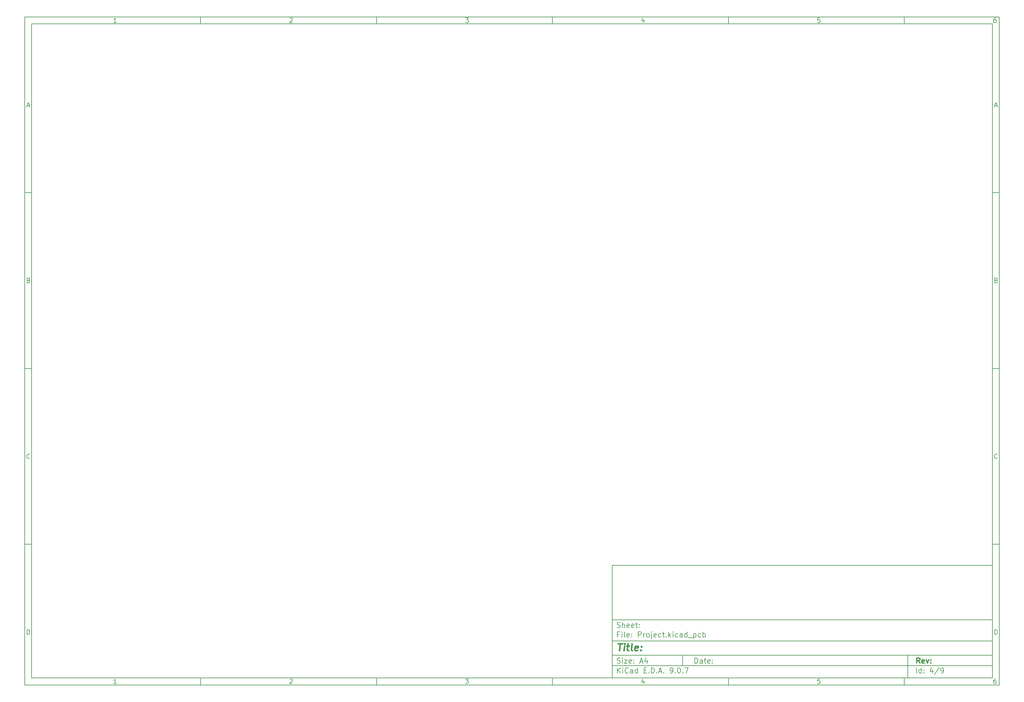
<source format=gbp>
%TF.GenerationSoftware,KiCad,Pcbnew,9.0.7*%
%TF.CreationDate,2026-02-26T16:53:45+05:30*%
%TF.ProjectId,Project,50726f6a-6563-4742-9e6b-696361645f70,rev?*%
%TF.SameCoordinates,Original*%
%TF.FileFunction,Paste,Bot*%
%TF.FilePolarity,Positive*%
%FSLAX46Y46*%
G04 Gerber Fmt 4.6, Leading zero omitted, Abs format (unit mm)*
G04 Created by KiCad (PCBNEW 9.0.7) date 2026-02-26 16:53:45*
%MOMM*%
%LPD*%
G01*
G04 APERTURE LIST*
%ADD10C,0.100000*%
%ADD11C,0.150000*%
%ADD12C,0.300000*%
%ADD13C,0.400000*%
G04 APERTURE END LIST*
D10*
D11*
X177002200Y-166007200D02*
X285002200Y-166007200D01*
X285002200Y-198007200D01*
X177002200Y-198007200D01*
X177002200Y-166007200D01*
D10*
D11*
X10000000Y-10000000D02*
X287002200Y-10000000D01*
X287002200Y-200007200D01*
X10000000Y-200007200D01*
X10000000Y-10000000D01*
D10*
D11*
X12000000Y-12000000D02*
X285002200Y-12000000D01*
X285002200Y-198007200D01*
X12000000Y-198007200D01*
X12000000Y-12000000D01*
D10*
D11*
X60000000Y-12000000D02*
X60000000Y-10000000D01*
D10*
D11*
X110000000Y-12000000D02*
X110000000Y-10000000D01*
D10*
D11*
X160000000Y-12000000D02*
X160000000Y-10000000D01*
D10*
D11*
X210000000Y-12000000D02*
X210000000Y-10000000D01*
D10*
D11*
X260000000Y-12000000D02*
X260000000Y-10000000D01*
D10*
D11*
X36089160Y-11593604D02*
X35346303Y-11593604D01*
X35717731Y-11593604D02*
X35717731Y-10293604D01*
X35717731Y-10293604D02*
X35593922Y-10479319D01*
X35593922Y-10479319D02*
X35470112Y-10603128D01*
X35470112Y-10603128D02*
X35346303Y-10665033D01*
D10*
D11*
X85346303Y-10417414D02*
X85408207Y-10355509D01*
X85408207Y-10355509D02*
X85532017Y-10293604D01*
X85532017Y-10293604D02*
X85841541Y-10293604D01*
X85841541Y-10293604D02*
X85965350Y-10355509D01*
X85965350Y-10355509D02*
X86027255Y-10417414D01*
X86027255Y-10417414D02*
X86089160Y-10541223D01*
X86089160Y-10541223D02*
X86089160Y-10665033D01*
X86089160Y-10665033D02*
X86027255Y-10850747D01*
X86027255Y-10850747D02*
X85284398Y-11593604D01*
X85284398Y-11593604D02*
X86089160Y-11593604D01*
D10*
D11*
X135284398Y-10293604D02*
X136089160Y-10293604D01*
X136089160Y-10293604D02*
X135655826Y-10788842D01*
X135655826Y-10788842D02*
X135841541Y-10788842D01*
X135841541Y-10788842D02*
X135965350Y-10850747D01*
X135965350Y-10850747D02*
X136027255Y-10912652D01*
X136027255Y-10912652D02*
X136089160Y-11036461D01*
X136089160Y-11036461D02*
X136089160Y-11345985D01*
X136089160Y-11345985D02*
X136027255Y-11469795D01*
X136027255Y-11469795D02*
X135965350Y-11531700D01*
X135965350Y-11531700D02*
X135841541Y-11593604D01*
X135841541Y-11593604D02*
X135470112Y-11593604D01*
X135470112Y-11593604D02*
X135346303Y-11531700D01*
X135346303Y-11531700D02*
X135284398Y-11469795D01*
D10*
D11*
X185965350Y-10726938D02*
X185965350Y-11593604D01*
X185655826Y-10231700D02*
X185346303Y-11160271D01*
X185346303Y-11160271D02*
X186151064Y-11160271D01*
D10*
D11*
X236027255Y-10293604D02*
X235408207Y-10293604D01*
X235408207Y-10293604D02*
X235346303Y-10912652D01*
X235346303Y-10912652D02*
X235408207Y-10850747D01*
X235408207Y-10850747D02*
X235532017Y-10788842D01*
X235532017Y-10788842D02*
X235841541Y-10788842D01*
X235841541Y-10788842D02*
X235965350Y-10850747D01*
X235965350Y-10850747D02*
X236027255Y-10912652D01*
X236027255Y-10912652D02*
X236089160Y-11036461D01*
X236089160Y-11036461D02*
X236089160Y-11345985D01*
X236089160Y-11345985D02*
X236027255Y-11469795D01*
X236027255Y-11469795D02*
X235965350Y-11531700D01*
X235965350Y-11531700D02*
X235841541Y-11593604D01*
X235841541Y-11593604D02*
X235532017Y-11593604D01*
X235532017Y-11593604D02*
X235408207Y-11531700D01*
X235408207Y-11531700D02*
X235346303Y-11469795D01*
D10*
D11*
X285965350Y-10293604D02*
X285717731Y-10293604D01*
X285717731Y-10293604D02*
X285593922Y-10355509D01*
X285593922Y-10355509D02*
X285532017Y-10417414D01*
X285532017Y-10417414D02*
X285408207Y-10603128D01*
X285408207Y-10603128D02*
X285346303Y-10850747D01*
X285346303Y-10850747D02*
X285346303Y-11345985D01*
X285346303Y-11345985D02*
X285408207Y-11469795D01*
X285408207Y-11469795D02*
X285470112Y-11531700D01*
X285470112Y-11531700D02*
X285593922Y-11593604D01*
X285593922Y-11593604D02*
X285841541Y-11593604D01*
X285841541Y-11593604D02*
X285965350Y-11531700D01*
X285965350Y-11531700D02*
X286027255Y-11469795D01*
X286027255Y-11469795D02*
X286089160Y-11345985D01*
X286089160Y-11345985D02*
X286089160Y-11036461D01*
X286089160Y-11036461D02*
X286027255Y-10912652D01*
X286027255Y-10912652D02*
X285965350Y-10850747D01*
X285965350Y-10850747D02*
X285841541Y-10788842D01*
X285841541Y-10788842D02*
X285593922Y-10788842D01*
X285593922Y-10788842D02*
X285470112Y-10850747D01*
X285470112Y-10850747D02*
X285408207Y-10912652D01*
X285408207Y-10912652D02*
X285346303Y-11036461D01*
D10*
D11*
X60000000Y-198007200D02*
X60000000Y-200007200D01*
D10*
D11*
X110000000Y-198007200D02*
X110000000Y-200007200D01*
D10*
D11*
X160000000Y-198007200D02*
X160000000Y-200007200D01*
D10*
D11*
X210000000Y-198007200D02*
X210000000Y-200007200D01*
D10*
D11*
X260000000Y-198007200D02*
X260000000Y-200007200D01*
D10*
D11*
X36089160Y-199600804D02*
X35346303Y-199600804D01*
X35717731Y-199600804D02*
X35717731Y-198300804D01*
X35717731Y-198300804D02*
X35593922Y-198486519D01*
X35593922Y-198486519D02*
X35470112Y-198610328D01*
X35470112Y-198610328D02*
X35346303Y-198672233D01*
D10*
D11*
X85346303Y-198424614D02*
X85408207Y-198362709D01*
X85408207Y-198362709D02*
X85532017Y-198300804D01*
X85532017Y-198300804D02*
X85841541Y-198300804D01*
X85841541Y-198300804D02*
X85965350Y-198362709D01*
X85965350Y-198362709D02*
X86027255Y-198424614D01*
X86027255Y-198424614D02*
X86089160Y-198548423D01*
X86089160Y-198548423D02*
X86089160Y-198672233D01*
X86089160Y-198672233D02*
X86027255Y-198857947D01*
X86027255Y-198857947D02*
X85284398Y-199600804D01*
X85284398Y-199600804D02*
X86089160Y-199600804D01*
D10*
D11*
X135284398Y-198300804D02*
X136089160Y-198300804D01*
X136089160Y-198300804D02*
X135655826Y-198796042D01*
X135655826Y-198796042D02*
X135841541Y-198796042D01*
X135841541Y-198796042D02*
X135965350Y-198857947D01*
X135965350Y-198857947D02*
X136027255Y-198919852D01*
X136027255Y-198919852D02*
X136089160Y-199043661D01*
X136089160Y-199043661D02*
X136089160Y-199353185D01*
X136089160Y-199353185D02*
X136027255Y-199476995D01*
X136027255Y-199476995D02*
X135965350Y-199538900D01*
X135965350Y-199538900D02*
X135841541Y-199600804D01*
X135841541Y-199600804D02*
X135470112Y-199600804D01*
X135470112Y-199600804D02*
X135346303Y-199538900D01*
X135346303Y-199538900D02*
X135284398Y-199476995D01*
D10*
D11*
X185965350Y-198734138D02*
X185965350Y-199600804D01*
X185655826Y-198238900D02*
X185346303Y-199167471D01*
X185346303Y-199167471D02*
X186151064Y-199167471D01*
D10*
D11*
X236027255Y-198300804D02*
X235408207Y-198300804D01*
X235408207Y-198300804D02*
X235346303Y-198919852D01*
X235346303Y-198919852D02*
X235408207Y-198857947D01*
X235408207Y-198857947D02*
X235532017Y-198796042D01*
X235532017Y-198796042D02*
X235841541Y-198796042D01*
X235841541Y-198796042D02*
X235965350Y-198857947D01*
X235965350Y-198857947D02*
X236027255Y-198919852D01*
X236027255Y-198919852D02*
X236089160Y-199043661D01*
X236089160Y-199043661D02*
X236089160Y-199353185D01*
X236089160Y-199353185D02*
X236027255Y-199476995D01*
X236027255Y-199476995D02*
X235965350Y-199538900D01*
X235965350Y-199538900D02*
X235841541Y-199600804D01*
X235841541Y-199600804D02*
X235532017Y-199600804D01*
X235532017Y-199600804D02*
X235408207Y-199538900D01*
X235408207Y-199538900D02*
X235346303Y-199476995D01*
D10*
D11*
X285965350Y-198300804D02*
X285717731Y-198300804D01*
X285717731Y-198300804D02*
X285593922Y-198362709D01*
X285593922Y-198362709D02*
X285532017Y-198424614D01*
X285532017Y-198424614D02*
X285408207Y-198610328D01*
X285408207Y-198610328D02*
X285346303Y-198857947D01*
X285346303Y-198857947D02*
X285346303Y-199353185D01*
X285346303Y-199353185D02*
X285408207Y-199476995D01*
X285408207Y-199476995D02*
X285470112Y-199538900D01*
X285470112Y-199538900D02*
X285593922Y-199600804D01*
X285593922Y-199600804D02*
X285841541Y-199600804D01*
X285841541Y-199600804D02*
X285965350Y-199538900D01*
X285965350Y-199538900D02*
X286027255Y-199476995D01*
X286027255Y-199476995D02*
X286089160Y-199353185D01*
X286089160Y-199353185D02*
X286089160Y-199043661D01*
X286089160Y-199043661D02*
X286027255Y-198919852D01*
X286027255Y-198919852D02*
X285965350Y-198857947D01*
X285965350Y-198857947D02*
X285841541Y-198796042D01*
X285841541Y-198796042D02*
X285593922Y-198796042D01*
X285593922Y-198796042D02*
X285470112Y-198857947D01*
X285470112Y-198857947D02*
X285408207Y-198919852D01*
X285408207Y-198919852D02*
X285346303Y-199043661D01*
D10*
D11*
X10000000Y-60000000D02*
X12000000Y-60000000D01*
D10*
D11*
X10000000Y-110000000D02*
X12000000Y-110000000D01*
D10*
D11*
X10000000Y-160000000D02*
X12000000Y-160000000D01*
D10*
D11*
X10690476Y-35222176D02*
X11309523Y-35222176D01*
X10566666Y-35593604D02*
X10999999Y-34293604D01*
X10999999Y-34293604D02*
X11433333Y-35593604D01*
D10*
D11*
X11092857Y-84912652D02*
X11278571Y-84974557D01*
X11278571Y-84974557D02*
X11340476Y-85036461D01*
X11340476Y-85036461D02*
X11402380Y-85160271D01*
X11402380Y-85160271D02*
X11402380Y-85345985D01*
X11402380Y-85345985D02*
X11340476Y-85469795D01*
X11340476Y-85469795D02*
X11278571Y-85531700D01*
X11278571Y-85531700D02*
X11154761Y-85593604D01*
X11154761Y-85593604D02*
X10659523Y-85593604D01*
X10659523Y-85593604D02*
X10659523Y-84293604D01*
X10659523Y-84293604D02*
X11092857Y-84293604D01*
X11092857Y-84293604D02*
X11216666Y-84355509D01*
X11216666Y-84355509D02*
X11278571Y-84417414D01*
X11278571Y-84417414D02*
X11340476Y-84541223D01*
X11340476Y-84541223D02*
X11340476Y-84665033D01*
X11340476Y-84665033D02*
X11278571Y-84788842D01*
X11278571Y-84788842D02*
X11216666Y-84850747D01*
X11216666Y-84850747D02*
X11092857Y-84912652D01*
X11092857Y-84912652D02*
X10659523Y-84912652D01*
D10*
D11*
X11402380Y-135469795D02*
X11340476Y-135531700D01*
X11340476Y-135531700D02*
X11154761Y-135593604D01*
X11154761Y-135593604D02*
X11030952Y-135593604D01*
X11030952Y-135593604D02*
X10845238Y-135531700D01*
X10845238Y-135531700D02*
X10721428Y-135407890D01*
X10721428Y-135407890D02*
X10659523Y-135284080D01*
X10659523Y-135284080D02*
X10597619Y-135036461D01*
X10597619Y-135036461D02*
X10597619Y-134850747D01*
X10597619Y-134850747D02*
X10659523Y-134603128D01*
X10659523Y-134603128D02*
X10721428Y-134479319D01*
X10721428Y-134479319D02*
X10845238Y-134355509D01*
X10845238Y-134355509D02*
X11030952Y-134293604D01*
X11030952Y-134293604D02*
X11154761Y-134293604D01*
X11154761Y-134293604D02*
X11340476Y-134355509D01*
X11340476Y-134355509D02*
X11402380Y-134417414D01*
D10*
D11*
X10659523Y-185593604D02*
X10659523Y-184293604D01*
X10659523Y-184293604D02*
X10969047Y-184293604D01*
X10969047Y-184293604D02*
X11154761Y-184355509D01*
X11154761Y-184355509D02*
X11278571Y-184479319D01*
X11278571Y-184479319D02*
X11340476Y-184603128D01*
X11340476Y-184603128D02*
X11402380Y-184850747D01*
X11402380Y-184850747D02*
X11402380Y-185036461D01*
X11402380Y-185036461D02*
X11340476Y-185284080D01*
X11340476Y-185284080D02*
X11278571Y-185407890D01*
X11278571Y-185407890D02*
X11154761Y-185531700D01*
X11154761Y-185531700D02*
X10969047Y-185593604D01*
X10969047Y-185593604D02*
X10659523Y-185593604D01*
D10*
D11*
X287002200Y-60000000D02*
X285002200Y-60000000D01*
D10*
D11*
X287002200Y-110000000D02*
X285002200Y-110000000D01*
D10*
D11*
X287002200Y-160000000D02*
X285002200Y-160000000D01*
D10*
D11*
X285692676Y-35222176D02*
X286311723Y-35222176D01*
X285568866Y-35593604D02*
X286002199Y-34293604D01*
X286002199Y-34293604D02*
X286435533Y-35593604D01*
D10*
D11*
X286095057Y-84912652D02*
X286280771Y-84974557D01*
X286280771Y-84974557D02*
X286342676Y-85036461D01*
X286342676Y-85036461D02*
X286404580Y-85160271D01*
X286404580Y-85160271D02*
X286404580Y-85345985D01*
X286404580Y-85345985D02*
X286342676Y-85469795D01*
X286342676Y-85469795D02*
X286280771Y-85531700D01*
X286280771Y-85531700D02*
X286156961Y-85593604D01*
X286156961Y-85593604D02*
X285661723Y-85593604D01*
X285661723Y-85593604D02*
X285661723Y-84293604D01*
X285661723Y-84293604D02*
X286095057Y-84293604D01*
X286095057Y-84293604D02*
X286218866Y-84355509D01*
X286218866Y-84355509D02*
X286280771Y-84417414D01*
X286280771Y-84417414D02*
X286342676Y-84541223D01*
X286342676Y-84541223D02*
X286342676Y-84665033D01*
X286342676Y-84665033D02*
X286280771Y-84788842D01*
X286280771Y-84788842D02*
X286218866Y-84850747D01*
X286218866Y-84850747D02*
X286095057Y-84912652D01*
X286095057Y-84912652D02*
X285661723Y-84912652D01*
D10*
D11*
X286404580Y-135469795D02*
X286342676Y-135531700D01*
X286342676Y-135531700D02*
X286156961Y-135593604D01*
X286156961Y-135593604D02*
X286033152Y-135593604D01*
X286033152Y-135593604D02*
X285847438Y-135531700D01*
X285847438Y-135531700D02*
X285723628Y-135407890D01*
X285723628Y-135407890D02*
X285661723Y-135284080D01*
X285661723Y-135284080D02*
X285599819Y-135036461D01*
X285599819Y-135036461D02*
X285599819Y-134850747D01*
X285599819Y-134850747D02*
X285661723Y-134603128D01*
X285661723Y-134603128D02*
X285723628Y-134479319D01*
X285723628Y-134479319D02*
X285847438Y-134355509D01*
X285847438Y-134355509D02*
X286033152Y-134293604D01*
X286033152Y-134293604D02*
X286156961Y-134293604D01*
X286156961Y-134293604D02*
X286342676Y-134355509D01*
X286342676Y-134355509D02*
X286404580Y-134417414D01*
D10*
D11*
X285661723Y-185593604D02*
X285661723Y-184293604D01*
X285661723Y-184293604D02*
X285971247Y-184293604D01*
X285971247Y-184293604D02*
X286156961Y-184355509D01*
X286156961Y-184355509D02*
X286280771Y-184479319D01*
X286280771Y-184479319D02*
X286342676Y-184603128D01*
X286342676Y-184603128D02*
X286404580Y-184850747D01*
X286404580Y-184850747D02*
X286404580Y-185036461D01*
X286404580Y-185036461D02*
X286342676Y-185284080D01*
X286342676Y-185284080D02*
X286280771Y-185407890D01*
X286280771Y-185407890D02*
X286156961Y-185531700D01*
X286156961Y-185531700D02*
X285971247Y-185593604D01*
X285971247Y-185593604D02*
X285661723Y-185593604D01*
D10*
D11*
X200458026Y-193793328D02*
X200458026Y-192293328D01*
X200458026Y-192293328D02*
X200815169Y-192293328D01*
X200815169Y-192293328D02*
X201029455Y-192364757D01*
X201029455Y-192364757D02*
X201172312Y-192507614D01*
X201172312Y-192507614D02*
X201243741Y-192650471D01*
X201243741Y-192650471D02*
X201315169Y-192936185D01*
X201315169Y-192936185D02*
X201315169Y-193150471D01*
X201315169Y-193150471D02*
X201243741Y-193436185D01*
X201243741Y-193436185D02*
X201172312Y-193579042D01*
X201172312Y-193579042D02*
X201029455Y-193721900D01*
X201029455Y-193721900D02*
X200815169Y-193793328D01*
X200815169Y-193793328D02*
X200458026Y-193793328D01*
X202600884Y-193793328D02*
X202600884Y-193007614D01*
X202600884Y-193007614D02*
X202529455Y-192864757D01*
X202529455Y-192864757D02*
X202386598Y-192793328D01*
X202386598Y-192793328D02*
X202100884Y-192793328D01*
X202100884Y-192793328D02*
X201958026Y-192864757D01*
X202600884Y-193721900D02*
X202458026Y-193793328D01*
X202458026Y-193793328D02*
X202100884Y-193793328D01*
X202100884Y-193793328D02*
X201958026Y-193721900D01*
X201958026Y-193721900D02*
X201886598Y-193579042D01*
X201886598Y-193579042D02*
X201886598Y-193436185D01*
X201886598Y-193436185D02*
X201958026Y-193293328D01*
X201958026Y-193293328D02*
X202100884Y-193221900D01*
X202100884Y-193221900D02*
X202458026Y-193221900D01*
X202458026Y-193221900D02*
X202600884Y-193150471D01*
X203100884Y-192793328D02*
X203672312Y-192793328D01*
X203315169Y-192293328D02*
X203315169Y-193579042D01*
X203315169Y-193579042D02*
X203386598Y-193721900D01*
X203386598Y-193721900D02*
X203529455Y-193793328D01*
X203529455Y-193793328D02*
X203672312Y-193793328D01*
X204743741Y-193721900D02*
X204600884Y-193793328D01*
X204600884Y-193793328D02*
X204315170Y-193793328D01*
X204315170Y-193793328D02*
X204172312Y-193721900D01*
X204172312Y-193721900D02*
X204100884Y-193579042D01*
X204100884Y-193579042D02*
X204100884Y-193007614D01*
X204100884Y-193007614D02*
X204172312Y-192864757D01*
X204172312Y-192864757D02*
X204315170Y-192793328D01*
X204315170Y-192793328D02*
X204600884Y-192793328D01*
X204600884Y-192793328D02*
X204743741Y-192864757D01*
X204743741Y-192864757D02*
X204815170Y-193007614D01*
X204815170Y-193007614D02*
X204815170Y-193150471D01*
X204815170Y-193150471D02*
X204100884Y-193293328D01*
X205458026Y-193650471D02*
X205529455Y-193721900D01*
X205529455Y-193721900D02*
X205458026Y-193793328D01*
X205458026Y-193793328D02*
X205386598Y-193721900D01*
X205386598Y-193721900D02*
X205458026Y-193650471D01*
X205458026Y-193650471D02*
X205458026Y-193793328D01*
X205458026Y-192864757D02*
X205529455Y-192936185D01*
X205529455Y-192936185D02*
X205458026Y-193007614D01*
X205458026Y-193007614D02*
X205386598Y-192936185D01*
X205386598Y-192936185D02*
X205458026Y-192864757D01*
X205458026Y-192864757D02*
X205458026Y-193007614D01*
D10*
D11*
X177002200Y-194507200D02*
X285002200Y-194507200D01*
D10*
D11*
X178458026Y-196593328D02*
X178458026Y-195093328D01*
X179315169Y-196593328D02*
X178672312Y-195736185D01*
X179315169Y-195093328D02*
X178458026Y-195950471D01*
X179958026Y-196593328D02*
X179958026Y-195593328D01*
X179958026Y-195093328D02*
X179886598Y-195164757D01*
X179886598Y-195164757D02*
X179958026Y-195236185D01*
X179958026Y-195236185D02*
X180029455Y-195164757D01*
X180029455Y-195164757D02*
X179958026Y-195093328D01*
X179958026Y-195093328D02*
X179958026Y-195236185D01*
X181529455Y-196450471D02*
X181458027Y-196521900D01*
X181458027Y-196521900D02*
X181243741Y-196593328D01*
X181243741Y-196593328D02*
X181100884Y-196593328D01*
X181100884Y-196593328D02*
X180886598Y-196521900D01*
X180886598Y-196521900D02*
X180743741Y-196379042D01*
X180743741Y-196379042D02*
X180672312Y-196236185D01*
X180672312Y-196236185D02*
X180600884Y-195950471D01*
X180600884Y-195950471D02*
X180600884Y-195736185D01*
X180600884Y-195736185D02*
X180672312Y-195450471D01*
X180672312Y-195450471D02*
X180743741Y-195307614D01*
X180743741Y-195307614D02*
X180886598Y-195164757D01*
X180886598Y-195164757D02*
X181100884Y-195093328D01*
X181100884Y-195093328D02*
X181243741Y-195093328D01*
X181243741Y-195093328D02*
X181458027Y-195164757D01*
X181458027Y-195164757D02*
X181529455Y-195236185D01*
X182815170Y-196593328D02*
X182815170Y-195807614D01*
X182815170Y-195807614D02*
X182743741Y-195664757D01*
X182743741Y-195664757D02*
X182600884Y-195593328D01*
X182600884Y-195593328D02*
X182315170Y-195593328D01*
X182315170Y-195593328D02*
X182172312Y-195664757D01*
X182815170Y-196521900D02*
X182672312Y-196593328D01*
X182672312Y-196593328D02*
X182315170Y-196593328D01*
X182315170Y-196593328D02*
X182172312Y-196521900D01*
X182172312Y-196521900D02*
X182100884Y-196379042D01*
X182100884Y-196379042D02*
X182100884Y-196236185D01*
X182100884Y-196236185D02*
X182172312Y-196093328D01*
X182172312Y-196093328D02*
X182315170Y-196021900D01*
X182315170Y-196021900D02*
X182672312Y-196021900D01*
X182672312Y-196021900D02*
X182815170Y-195950471D01*
X184172313Y-196593328D02*
X184172313Y-195093328D01*
X184172313Y-196521900D02*
X184029455Y-196593328D01*
X184029455Y-196593328D02*
X183743741Y-196593328D01*
X183743741Y-196593328D02*
X183600884Y-196521900D01*
X183600884Y-196521900D02*
X183529455Y-196450471D01*
X183529455Y-196450471D02*
X183458027Y-196307614D01*
X183458027Y-196307614D02*
X183458027Y-195879042D01*
X183458027Y-195879042D02*
X183529455Y-195736185D01*
X183529455Y-195736185D02*
X183600884Y-195664757D01*
X183600884Y-195664757D02*
X183743741Y-195593328D01*
X183743741Y-195593328D02*
X184029455Y-195593328D01*
X184029455Y-195593328D02*
X184172313Y-195664757D01*
X186029455Y-195807614D02*
X186529455Y-195807614D01*
X186743741Y-196593328D02*
X186029455Y-196593328D01*
X186029455Y-196593328D02*
X186029455Y-195093328D01*
X186029455Y-195093328D02*
X186743741Y-195093328D01*
X187386598Y-196450471D02*
X187458027Y-196521900D01*
X187458027Y-196521900D02*
X187386598Y-196593328D01*
X187386598Y-196593328D02*
X187315170Y-196521900D01*
X187315170Y-196521900D02*
X187386598Y-196450471D01*
X187386598Y-196450471D02*
X187386598Y-196593328D01*
X188100884Y-196593328D02*
X188100884Y-195093328D01*
X188100884Y-195093328D02*
X188458027Y-195093328D01*
X188458027Y-195093328D02*
X188672313Y-195164757D01*
X188672313Y-195164757D02*
X188815170Y-195307614D01*
X188815170Y-195307614D02*
X188886599Y-195450471D01*
X188886599Y-195450471D02*
X188958027Y-195736185D01*
X188958027Y-195736185D02*
X188958027Y-195950471D01*
X188958027Y-195950471D02*
X188886599Y-196236185D01*
X188886599Y-196236185D02*
X188815170Y-196379042D01*
X188815170Y-196379042D02*
X188672313Y-196521900D01*
X188672313Y-196521900D02*
X188458027Y-196593328D01*
X188458027Y-196593328D02*
X188100884Y-196593328D01*
X189600884Y-196450471D02*
X189672313Y-196521900D01*
X189672313Y-196521900D02*
X189600884Y-196593328D01*
X189600884Y-196593328D02*
X189529456Y-196521900D01*
X189529456Y-196521900D02*
X189600884Y-196450471D01*
X189600884Y-196450471D02*
X189600884Y-196593328D01*
X190243742Y-196164757D02*
X190958028Y-196164757D01*
X190100885Y-196593328D02*
X190600885Y-195093328D01*
X190600885Y-195093328D02*
X191100885Y-196593328D01*
X191600884Y-196450471D02*
X191672313Y-196521900D01*
X191672313Y-196521900D02*
X191600884Y-196593328D01*
X191600884Y-196593328D02*
X191529456Y-196521900D01*
X191529456Y-196521900D02*
X191600884Y-196450471D01*
X191600884Y-196450471D02*
X191600884Y-196593328D01*
X193529456Y-196593328D02*
X193815170Y-196593328D01*
X193815170Y-196593328D02*
X193958027Y-196521900D01*
X193958027Y-196521900D02*
X194029456Y-196450471D01*
X194029456Y-196450471D02*
X194172313Y-196236185D01*
X194172313Y-196236185D02*
X194243742Y-195950471D01*
X194243742Y-195950471D02*
X194243742Y-195379042D01*
X194243742Y-195379042D02*
X194172313Y-195236185D01*
X194172313Y-195236185D02*
X194100885Y-195164757D01*
X194100885Y-195164757D02*
X193958027Y-195093328D01*
X193958027Y-195093328D02*
X193672313Y-195093328D01*
X193672313Y-195093328D02*
X193529456Y-195164757D01*
X193529456Y-195164757D02*
X193458027Y-195236185D01*
X193458027Y-195236185D02*
X193386599Y-195379042D01*
X193386599Y-195379042D02*
X193386599Y-195736185D01*
X193386599Y-195736185D02*
X193458027Y-195879042D01*
X193458027Y-195879042D02*
X193529456Y-195950471D01*
X193529456Y-195950471D02*
X193672313Y-196021900D01*
X193672313Y-196021900D02*
X193958027Y-196021900D01*
X193958027Y-196021900D02*
X194100885Y-195950471D01*
X194100885Y-195950471D02*
X194172313Y-195879042D01*
X194172313Y-195879042D02*
X194243742Y-195736185D01*
X194886598Y-196450471D02*
X194958027Y-196521900D01*
X194958027Y-196521900D02*
X194886598Y-196593328D01*
X194886598Y-196593328D02*
X194815170Y-196521900D01*
X194815170Y-196521900D02*
X194886598Y-196450471D01*
X194886598Y-196450471D02*
X194886598Y-196593328D01*
X195886599Y-195093328D02*
X196029456Y-195093328D01*
X196029456Y-195093328D02*
X196172313Y-195164757D01*
X196172313Y-195164757D02*
X196243742Y-195236185D01*
X196243742Y-195236185D02*
X196315170Y-195379042D01*
X196315170Y-195379042D02*
X196386599Y-195664757D01*
X196386599Y-195664757D02*
X196386599Y-196021900D01*
X196386599Y-196021900D02*
X196315170Y-196307614D01*
X196315170Y-196307614D02*
X196243742Y-196450471D01*
X196243742Y-196450471D02*
X196172313Y-196521900D01*
X196172313Y-196521900D02*
X196029456Y-196593328D01*
X196029456Y-196593328D02*
X195886599Y-196593328D01*
X195886599Y-196593328D02*
X195743742Y-196521900D01*
X195743742Y-196521900D02*
X195672313Y-196450471D01*
X195672313Y-196450471D02*
X195600884Y-196307614D01*
X195600884Y-196307614D02*
X195529456Y-196021900D01*
X195529456Y-196021900D02*
X195529456Y-195664757D01*
X195529456Y-195664757D02*
X195600884Y-195379042D01*
X195600884Y-195379042D02*
X195672313Y-195236185D01*
X195672313Y-195236185D02*
X195743742Y-195164757D01*
X195743742Y-195164757D02*
X195886599Y-195093328D01*
X197029455Y-196450471D02*
X197100884Y-196521900D01*
X197100884Y-196521900D02*
X197029455Y-196593328D01*
X197029455Y-196593328D02*
X196958027Y-196521900D01*
X196958027Y-196521900D02*
X197029455Y-196450471D01*
X197029455Y-196450471D02*
X197029455Y-196593328D01*
X197600884Y-195093328D02*
X198600884Y-195093328D01*
X198600884Y-195093328D02*
X197958027Y-196593328D01*
D10*
D11*
X177002200Y-191507200D02*
X285002200Y-191507200D01*
D10*
D12*
X264413853Y-193785528D02*
X263913853Y-193071242D01*
X263556710Y-193785528D02*
X263556710Y-192285528D01*
X263556710Y-192285528D02*
X264128139Y-192285528D01*
X264128139Y-192285528D02*
X264270996Y-192356957D01*
X264270996Y-192356957D02*
X264342425Y-192428385D01*
X264342425Y-192428385D02*
X264413853Y-192571242D01*
X264413853Y-192571242D02*
X264413853Y-192785528D01*
X264413853Y-192785528D02*
X264342425Y-192928385D01*
X264342425Y-192928385D02*
X264270996Y-192999814D01*
X264270996Y-192999814D02*
X264128139Y-193071242D01*
X264128139Y-193071242D02*
X263556710Y-193071242D01*
X265628139Y-193714100D02*
X265485282Y-193785528D01*
X265485282Y-193785528D02*
X265199568Y-193785528D01*
X265199568Y-193785528D02*
X265056710Y-193714100D01*
X265056710Y-193714100D02*
X264985282Y-193571242D01*
X264985282Y-193571242D02*
X264985282Y-192999814D01*
X264985282Y-192999814D02*
X265056710Y-192856957D01*
X265056710Y-192856957D02*
X265199568Y-192785528D01*
X265199568Y-192785528D02*
X265485282Y-192785528D01*
X265485282Y-192785528D02*
X265628139Y-192856957D01*
X265628139Y-192856957D02*
X265699568Y-192999814D01*
X265699568Y-192999814D02*
X265699568Y-193142671D01*
X265699568Y-193142671D02*
X264985282Y-193285528D01*
X266199567Y-192785528D02*
X266556710Y-193785528D01*
X266556710Y-193785528D02*
X266913853Y-192785528D01*
X267485281Y-193642671D02*
X267556710Y-193714100D01*
X267556710Y-193714100D02*
X267485281Y-193785528D01*
X267485281Y-193785528D02*
X267413853Y-193714100D01*
X267413853Y-193714100D02*
X267485281Y-193642671D01*
X267485281Y-193642671D02*
X267485281Y-193785528D01*
X267485281Y-192856957D02*
X267556710Y-192928385D01*
X267556710Y-192928385D02*
X267485281Y-192999814D01*
X267485281Y-192999814D02*
X267413853Y-192928385D01*
X267413853Y-192928385D02*
X267485281Y-192856957D01*
X267485281Y-192856957D02*
X267485281Y-192999814D01*
D10*
D11*
X178386598Y-193721900D02*
X178600884Y-193793328D01*
X178600884Y-193793328D02*
X178958026Y-193793328D01*
X178958026Y-193793328D02*
X179100884Y-193721900D01*
X179100884Y-193721900D02*
X179172312Y-193650471D01*
X179172312Y-193650471D02*
X179243741Y-193507614D01*
X179243741Y-193507614D02*
X179243741Y-193364757D01*
X179243741Y-193364757D02*
X179172312Y-193221900D01*
X179172312Y-193221900D02*
X179100884Y-193150471D01*
X179100884Y-193150471D02*
X178958026Y-193079042D01*
X178958026Y-193079042D02*
X178672312Y-193007614D01*
X178672312Y-193007614D02*
X178529455Y-192936185D01*
X178529455Y-192936185D02*
X178458026Y-192864757D01*
X178458026Y-192864757D02*
X178386598Y-192721900D01*
X178386598Y-192721900D02*
X178386598Y-192579042D01*
X178386598Y-192579042D02*
X178458026Y-192436185D01*
X178458026Y-192436185D02*
X178529455Y-192364757D01*
X178529455Y-192364757D02*
X178672312Y-192293328D01*
X178672312Y-192293328D02*
X179029455Y-192293328D01*
X179029455Y-192293328D02*
X179243741Y-192364757D01*
X179886597Y-193793328D02*
X179886597Y-192793328D01*
X179886597Y-192293328D02*
X179815169Y-192364757D01*
X179815169Y-192364757D02*
X179886597Y-192436185D01*
X179886597Y-192436185D02*
X179958026Y-192364757D01*
X179958026Y-192364757D02*
X179886597Y-192293328D01*
X179886597Y-192293328D02*
X179886597Y-192436185D01*
X180458026Y-192793328D02*
X181243741Y-192793328D01*
X181243741Y-192793328D02*
X180458026Y-193793328D01*
X180458026Y-193793328D02*
X181243741Y-193793328D01*
X182386598Y-193721900D02*
X182243741Y-193793328D01*
X182243741Y-193793328D02*
X181958027Y-193793328D01*
X181958027Y-193793328D02*
X181815169Y-193721900D01*
X181815169Y-193721900D02*
X181743741Y-193579042D01*
X181743741Y-193579042D02*
X181743741Y-193007614D01*
X181743741Y-193007614D02*
X181815169Y-192864757D01*
X181815169Y-192864757D02*
X181958027Y-192793328D01*
X181958027Y-192793328D02*
X182243741Y-192793328D01*
X182243741Y-192793328D02*
X182386598Y-192864757D01*
X182386598Y-192864757D02*
X182458027Y-193007614D01*
X182458027Y-193007614D02*
X182458027Y-193150471D01*
X182458027Y-193150471D02*
X181743741Y-193293328D01*
X183100883Y-193650471D02*
X183172312Y-193721900D01*
X183172312Y-193721900D02*
X183100883Y-193793328D01*
X183100883Y-193793328D02*
X183029455Y-193721900D01*
X183029455Y-193721900D02*
X183100883Y-193650471D01*
X183100883Y-193650471D02*
X183100883Y-193793328D01*
X183100883Y-192864757D02*
X183172312Y-192936185D01*
X183172312Y-192936185D02*
X183100883Y-193007614D01*
X183100883Y-193007614D02*
X183029455Y-192936185D01*
X183029455Y-192936185D02*
X183100883Y-192864757D01*
X183100883Y-192864757D02*
X183100883Y-193007614D01*
X184886598Y-193364757D02*
X185600884Y-193364757D01*
X184743741Y-193793328D02*
X185243741Y-192293328D01*
X185243741Y-192293328D02*
X185743741Y-193793328D01*
X186886598Y-192793328D02*
X186886598Y-193793328D01*
X186529455Y-192221900D02*
X186172312Y-193293328D01*
X186172312Y-193293328D02*
X187100883Y-193293328D01*
D10*
D11*
X263458026Y-196593328D02*
X263458026Y-195093328D01*
X264815170Y-196593328D02*
X264815170Y-195093328D01*
X264815170Y-196521900D02*
X264672312Y-196593328D01*
X264672312Y-196593328D02*
X264386598Y-196593328D01*
X264386598Y-196593328D02*
X264243741Y-196521900D01*
X264243741Y-196521900D02*
X264172312Y-196450471D01*
X264172312Y-196450471D02*
X264100884Y-196307614D01*
X264100884Y-196307614D02*
X264100884Y-195879042D01*
X264100884Y-195879042D02*
X264172312Y-195736185D01*
X264172312Y-195736185D02*
X264243741Y-195664757D01*
X264243741Y-195664757D02*
X264386598Y-195593328D01*
X264386598Y-195593328D02*
X264672312Y-195593328D01*
X264672312Y-195593328D02*
X264815170Y-195664757D01*
X265529455Y-196450471D02*
X265600884Y-196521900D01*
X265600884Y-196521900D02*
X265529455Y-196593328D01*
X265529455Y-196593328D02*
X265458027Y-196521900D01*
X265458027Y-196521900D02*
X265529455Y-196450471D01*
X265529455Y-196450471D02*
X265529455Y-196593328D01*
X265529455Y-195664757D02*
X265600884Y-195736185D01*
X265600884Y-195736185D02*
X265529455Y-195807614D01*
X265529455Y-195807614D02*
X265458027Y-195736185D01*
X265458027Y-195736185D02*
X265529455Y-195664757D01*
X265529455Y-195664757D02*
X265529455Y-195807614D01*
X268029456Y-195593328D02*
X268029456Y-196593328D01*
X267672313Y-195021900D02*
X267315170Y-196093328D01*
X267315170Y-196093328D02*
X268243741Y-196093328D01*
X269886598Y-195021900D02*
X268600884Y-196950471D01*
X270458027Y-196593328D02*
X270743741Y-196593328D01*
X270743741Y-196593328D02*
X270886598Y-196521900D01*
X270886598Y-196521900D02*
X270958027Y-196450471D01*
X270958027Y-196450471D02*
X271100884Y-196236185D01*
X271100884Y-196236185D02*
X271172313Y-195950471D01*
X271172313Y-195950471D02*
X271172313Y-195379042D01*
X271172313Y-195379042D02*
X271100884Y-195236185D01*
X271100884Y-195236185D02*
X271029456Y-195164757D01*
X271029456Y-195164757D02*
X270886598Y-195093328D01*
X270886598Y-195093328D02*
X270600884Y-195093328D01*
X270600884Y-195093328D02*
X270458027Y-195164757D01*
X270458027Y-195164757D02*
X270386598Y-195236185D01*
X270386598Y-195236185D02*
X270315170Y-195379042D01*
X270315170Y-195379042D02*
X270315170Y-195736185D01*
X270315170Y-195736185D02*
X270386598Y-195879042D01*
X270386598Y-195879042D02*
X270458027Y-195950471D01*
X270458027Y-195950471D02*
X270600884Y-196021900D01*
X270600884Y-196021900D02*
X270886598Y-196021900D01*
X270886598Y-196021900D02*
X271029456Y-195950471D01*
X271029456Y-195950471D02*
X271100884Y-195879042D01*
X271100884Y-195879042D02*
X271172313Y-195736185D01*
D10*
D11*
X177002200Y-187507200D02*
X285002200Y-187507200D01*
D10*
D13*
X178693928Y-188211638D02*
X179836785Y-188211638D01*
X179015357Y-190211638D02*
X179265357Y-188211638D01*
X180253452Y-190211638D02*
X180420119Y-188878304D01*
X180503452Y-188211638D02*
X180396309Y-188306876D01*
X180396309Y-188306876D02*
X180479643Y-188402114D01*
X180479643Y-188402114D02*
X180586786Y-188306876D01*
X180586786Y-188306876D02*
X180503452Y-188211638D01*
X180503452Y-188211638D02*
X180479643Y-188402114D01*
X181086786Y-188878304D02*
X181848690Y-188878304D01*
X181455833Y-188211638D02*
X181241548Y-189925923D01*
X181241548Y-189925923D02*
X181312976Y-190116400D01*
X181312976Y-190116400D02*
X181491548Y-190211638D01*
X181491548Y-190211638D02*
X181682024Y-190211638D01*
X182634405Y-190211638D02*
X182455833Y-190116400D01*
X182455833Y-190116400D02*
X182384405Y-189925923D01*
X182384405Y-189925923D02*
X182598690Y-188211638D01*
X184170119Y-190116400D02*
X183967738Y-190211638D01*
X183967738Y-190211638D02*
X183586785Y-190211638D01*
X183586785Y-190211638D02*
X183408214Y-190116400D01*
X183408214Y-190116400D02*
X183336785Y-189925923D01*
X183336785Y-189925923D02*
X183432024Y-189164019D01*
X183432024Y-189164019D02*
X183551071Y-188973542D01*
X183551071Y-188973542D02*
X183753452Y-188878304D01*
X183753452Y-188878304D02*
X184134404Y-188878304D01*
X184134404Y-188878304D02*
X184312976Y-188973542D01*
X184312976Y-188973542D02*
X184384404Y-189164019D01*
X184384404Y-189164019D02*
X184360595Y-189354495D01*
X184360595Y-189354495D02*
X183384404Y-189544971D01*
X185134405Y-190021161D02*
X185217738Y-190116400D01*
X185217738Y-190116400D02*
X185110595Y-190211638D01*
X185110595Y-190211638D02*
X185027262Y-190116400D01*
X185027262Y-190116400D02*
X185134405Y-190021161D01*
X185134405Y-190021161D02*
X185110595Y-190211638D01*
X185265357Y-188973542D02*
X185348690Y-189068780D01*
X185348690Y-189068780D02*
X185241548Y-189164019D01*
X185241548Y-189164019D02*
X185158214Y-189068780D01*
X185158214Y-189068780D02*
X185265357Y-188973542D01*
X185265357Y-188973542D02*
X185241548Y-189164019D01*
D10*
D11*
X178958026Y-185607614D02*
X178458026Y-185607614D01*
X178458026Y-186393328D02*
X178458026Y-184893328D01*
X178458026Y-184893328D02*
X179172312Y-184893328D01*
X179743740Y-186393328D02*
X179743740Y-185393328D01*
X179743740Y-184893328D02*
X179672312Y-184964757D01*
X179672312Y-184964757D02*
X179743740Y-185036185D01*
X179743740Y-185036185D02*
X179815169Y-184964757D01*
X179815169Y-184964757D02*
X179743740Y-184893328D01*
X179743740Y-184893328D02*
X179743740Y-185036185D01*
X180672312Y-186393328D02*
X180529455Y-186321900D01*
X180529455Y-186321900D02*
X180458026Y-186179042D01*
X180458026Y-186179042D02*
X180458026Y-184893328D01*
X181815169Y-186321900D02*
X181672312Y-186393328D01*
X181672312Y-186393328D02*
X181386598Y-186393328D01*
X181386598Y-186393328D02*
X181243740Y-186321900D01*
X181243740Y-186321900D02*
X181172312Y-186179042D01*
X181172312Y-186179042D02*
X181172312Y-185607614D01*
X181172312Y-185607614D02*
X181243740Y-185464757D01*
X181243740Y-185464757D02*
X181386598Y-185393328D01*
X181386598Y-185393328D02*
X181672312Y-185393328D01*
X181672312Y-185393328D02*
X181815169Y-185464757D01*
X181815169Y-185464757D02*
X181886598Y-185607614D01*
X181886598Y-185607614D02*
X181886598Y-185750471D01*
X181886598Y-185750471D02*
X181172312Y-185893328D01*
X182529454Y-186250471D02*
X182600883Y-186321900D01*
X182600883Y-186321900D02*
X182529454Y-186393328D01*
X182529454Y-186393328D02*
X182458026Y-186321900D01*
X182458026Y-186321900D02*
X182529454Y-186250471D01*
X182529454Y-186250471D02*
X182529454Y-186393328D01*
X182529454Y-185464757D02*
X182600883Y-185536185D01*
X182600883Y-185536185D02*
X182529454Y-185607614D01*
X182529454Y-185607614D02*
X182458026Y-185536185D01*
X182458026Y-185536185D02*
X182529454Y-185464757D01*
X182529454Y-185464757D02*
X182529454Y-185607614D01*
X184386597Y-186393328D02*
X184386597Y-184893328D01*
X184386597Y-184893328D02*
X184958026Y-184893328D01*
X184958026Y-184893328D02*
X185100883Y-184964757D01*
X185100883Y-184964757D02*
X185172312Y-185036185D01*
X185172312Y-185036185D02*
X185243740Y-185179042D01*
X185243740Y-185179042D02*
X185243740Y-185393328D01*
X185243740Y-185393328D02*
X185172312Y-185536185D01*
X185172312Y-185536185D02*
X185100883Y-185607614D01*
X185100883Y-185607614D02*
X184958026Y-185679042D01*
X184958026Y-185679042D02*
X184386597Y-185679042D01*
X185886597Y-186393328D02*
X185886597Y-185393328D01*
X185886597Y-185679042D02*
X185958026Y-185536185D01*
X185958026Y-185536185D02*
X186029455Y-185464757D01*
X186029455Y-185464757D02*
X186172312Y-185393328D01*
X186172312Y-185393328D02*
X186315169Y-185393328D01*
X187029454Y-186393328D02*
X186886597Y-186321900D01*
X186886597Y-186321900D02*
X186815168Y-186250471D01*
X186815168Y-186250471D02*
X186743740Y-186107614D01*
X186743740Y-186107614D02*
X186743740Y-185679042D01*
X186743740Y-185679042D02*
X186815168Y-185536185D01*
X186815168Y-185536185D02*
X186886597Y-185464757D01*
X186886597Y-185464757D02*
X187029454Y-185393328D01*
X187029454Y-185393328D02*
X187243740Y-185393328D01*
X187243740Y-185393328D02*
X187386597Y-185464757D01*
X187386597Y-185464757D02*
X187458026Y-185536185D01*
X187458026Y-185536185D02*
X187529454Y-185679042D01*
X187529454Y-185679042D02*
X187529454Y-186107614D01*
X187529454Y-186107614D02*
X187458026Y-186250471D01*
X187458026Y-186250471D02*
X187386597Y-186321900D01*
X187386597Y-186321900D02*
X187243740Y-186393328D01*
X187243740Y-186393328D02*
X187029454Y-186393328D01*
X188172311Y-185393328D02*
X188172311Y-186679042D01*
X188172311Y-186679042D02*
X188100883Y-186821900D01*
X188100883Y-186821900D02*
X187958026Y-186893328D01*
X187958026Y-186893328D02*
X187886597Y-186893328D01*
X188172311Y-184893328D02*
X188100883Y-184964757D01*
X188100883Y-184964757D02*
X188172311Y-185036185D01*
X188172311Y-185036185D02*
X188243740Y-184964757D01*
X188243740Y-184964757D02*
X188172311Y-184893328D01*
X188172311Y-184893328D02*
X188172311Y-185036185D01*
X189458026Y-186321900D02*
X189315169Y-186393328D01*
X189315169Y-186393328D02*
X189029455Y-186393328D01*
X189029455Y-186393328D02*
X188886597Y-186321900D01*
X188886597Y-186321900D02*
X188815169Y-186179042D01*
X188815169Y-186179042D02*
X188815169Y-185607614D01*
X188815169Y-185607614D02*
X188886597Y-185464757D01*
X188886597Y-185464757D02*
X189029455Y-185393328D01*
X189029455Y-185393328D02*
X189315169Y-185393328D01*
X189315169Y-185393328D02*
X189458026Y-185464757D01*
X189458026Y-185464757D02*
X189529455Y-185607614D01*
X189529455Y-185607614D02*
X189529455Y-185750471D01*
X189529455Y-185750471D02*
X188815169Y-185893328D01*
X190815169Y-186321900D02*
X190672311Y-186393328D01*
X190672311Y-186393328D02*
X190386597Y-186393328D01*
X190386597Y-186393328D02*
X190243740Y-186321900D01*
X190243740Y-186321900D02*
X190172311Y-186250471D01*
X190172311Y-186250471D02*
X190100883Y-186107614D01*
X190100883Y-186107614D02*
X190100883Y-185679042D01*
X190100883Y-185679042D02*
X190172311Y-185536185D01*
X190172311Y-185536185D02*
X190243740Y-185464757D01*
X190243740Y-185464757D02*
X190386597Y-185393328D01*
X190386597Y-185393328D02*
X190672311Y-185393328D01*
X190672311Y-185393328D02*
X190815169Y-185464757D01*
X191243740Y-185393328D02*
X191815168Y-185393328D01*
X191458025Y-184893328D02*
X191458025Y-186179042D01*
X191458025Y-186179042D02*
X191529454Y-186321900D01*
X191529454Y-186321900D02*
X191672311Y-186393328D01*
X191672311Y-186393328D02*
X191815168Y-186393328D01*
X192315168Y-186250471D02*
X192386597Y-186321900D01*
X192386597Y-186321900D02*
X192315168Y-186393328D01*
X192315168Y-186393328D02*
X192243740Y-186321900D01*
X192243740Y-186321900D02*
X192315168Y-186250471D01*
X192315168Y-186250471D02*
X192315168Y-186393328D01*
X193029454Y-186393328D02*
X193029454Y-184893328D01*
X193172312Y-185821900D02*
X193600883Y-186393328D01*
X193600883Y-185393328D02*
X193029454Y-185964757D01*
X194243740Y-186393328D02*
X194243740Y-185393328D01*
X194243740Y-184893328D02*
X194172312Y-184964757D01*
X194172312Y-184964757D02*
X194243740Y-185036185D01*
X194243740Y-185036185D02*
X194315169Y-184964757D01*
X194315169Y-184964757D02*
X194243740Y-184893328D01*
X194243740Y-184893328D02*
X194243740Y-185036185D01*
X195600884Y-186321900D02*
X195458026Y-186393328D01*
X195458026Y-186393328D02*
X195172312Y-186393328D01*
X195172312Y-186393328D02*
X195029455Y-186321900D01*
X195029455Y-186321900D02*
X194958026Y-186250471D01*
X194958026Y-186250471D02*
X194886598Y-186107614D01*
X194886598Y-186107614D02*
X194886598Y-185679042D01*
X194886598Y-185679042D02*
X194958026Y-185536185D01*
X194958026Y-185536185D02*
X195029455Y-185464757D01*
X195029455Y-185464757D02*
X195172312Y-185393328D01*
X195172312Y-185393328D02*
X195458026Y-185393328D01*
X195458026Y-185393328D02*
X195600884Y-185464757D01*
X196886598Y-186393328D02*
X196886598Y-185607614D01*
X196886598Y-185607614D02*
X196815169Y-185464757D01*
X196815169Y-185464757D02*
X196672312Y-185393328D01*
X196672312Y-185393328D02*
X196386598Y-185393328D01*
X196386598Y-185393328D02*
X196243740Y-185464757D01*
X196886598Y-186321900D02*
X196743740Y-186393328D01*
X196743740Y-186393328D02*
X196386598Y-186393328D01*
X196386598Y-186393328D02*
X196243740Y-186321900D01*
X196243740Y-186321900D02*
X196172312Y-186179042D01*
X196172312Y-186179042D02*
X196172312Y-186036185D01*
X196172312Y-186036185D02*
X196243740Y-185893328D01*
X196243740Y-185893328D02*
X196386598Y-185821900D01*
X196386598Y-185821900D02*
X196743740Y-185821900D01*
X196743740Y-185821900D02*
X196886598Y-185750471D01*
X198243741Y-186393328D02*
X198243741Y-184893328D01*
X198243741Y-186321900D02*
X198100883Y-186393328D01*
X198100883Y-186393328D02*
X197815169Y-186393328D01*
X197815169Y-186393328D02*
X197672312Y-186321900D01*
X197672312Y-186321900D02*
X197600883Y-186250471D01*
X197600883Y-186250471D02*
X197529455Y-186107614D01*
X197529455Y-186107614D02*
X197529455Y-185679042D01*
X197529455Y-185679042D02*
X197600883Y-185536185D01*
X197600883Y-185536185D02*
X197672312Y-185464757D01*
X197672312Y-185464757D02*
X197815169Y-185393328D01*
X197815169Y-185393328D02*
X198100883Y-185393328D01*
X198100883Y-185393328D02*
X198243741Y-185464757D01*
X198600884Y-186536185D02*
X199743741Y-186536185D01*
X200100883Y-185393328D02*
X200100883Y-186893328D01*
X200100883Y-185464757D02*
X200243741Y-185393328D01*
X200243741Y-185393328D02*
X200529455Y-185393328D01*
X200529455Y-185393328D02*
X200672312Y-185464757D01*
X200672312Y-185464757D02*
X200743741Y-185536185D01*
X200743741Y-185536185D02*
X200815169Y-185679042D01*
X200815169Y-185679042D02*
X200815169Y-186107614D01*
X200815169Y-186107614D02*
X200743741Y-186250471D01*
X200743741Y-186250471D02*
X200672312Y-186321900D01*
X200672312Y-186321900D02*
X200529455Y-186393328D01*
X200529455Y-186393328D02*
X200243741Y-186393328D01*
X200243741Y-186393328D02*
X200100883Y-186321900D01*
X202100884Y-186321900D02*
X201958026Y-186393328D01*
X201958026Y-186393328D02*
X201672312Y-186393328D01*
X201672312Y-186393328D02*
X201529455Y-186321900D01*
X201529455Y-186321900D02*
X201458026Y-186250471D01*
X201458026Y-186250471D02*
X201386598Y-186107614D01*
X201386598Y-186107614D02*
X201386598Y-185679042D01*
X201386598Y-185679042D02*
X201458026Y-185536185D01*
X201458026Y-185536185D02*
X201529455Y-185464757D01*
X201529455Y-185464757D02*
X201672312Y-185393328D01*
X201672312Y-185393328D02*
X201958026Y-185393328D01*
X201958026Y-185393328D02*
X202100884Y-185464757D01*
X202743740Y-186393328D02*
X202743740Y-184893328D01*
X202743740Y-185464757D02*
X202886598Y-185393328D01*
X202886598Y-185393328D02*
X203172312Y-185393328D01*
X203172312Y-185393328D02*
X203315169Y-185464757D01*
X203315169Y-185464757D02*
X203386598Y-185536185D01*
X203386598Y-185536185D02*
X203458026Y-185679042D01*
X203458026Y-185679042D02*
X203458026Y-186107614D01*
X203458026Y-186107614D02*
X203386598Y-186250471D01*
X203386598Y-186250471D02*
X203315169Y-186321900D01*
X203315169Y-186321900D02*
X203172312Y-186393328D01*
X203172312Y-186393328D02*
X202886598Y-186393328D01*
X202886598Y-186393328D02*
X202743740Y-186321900D01*
D10*
D11*
X177002200Y-181507200D02*
X285002200Y-181507200D01*
D10*
D11*
X178386598Y-183621900D02*
X178600884Y-183693328D01*
X178600884Y-183693328D02*
X178958026Y-183693328D01*
X178958026Y-183693328D02*
X179100884Y-183621900D01*
X179100884Y-183621900D02*
X179172312Y-183550471D01*
X179172312Y-183550471D02*
X179243741Y-183407614D01*
X179243741Y-183407614D02*
X179243741Y-183264757D01*
X179243741Y-183264757D02*
X179172312Y-183121900D01*
X179172312Y-183121900D02*
X179100884Y-183050471D01*
X179100884Y-183050471D02*
X178958026Y-182979042D01*
X178958026Y-182979042D02*
X178672312Y-182907614D01*
X178672312Y-182907614D02*
X178529455Y-182836185D01*
X178529455Y-182836185D02*
X178458026Y-182764757D01*
X178458026Y-182764757D02*
X178386598Y-182621900D01*
X178386598Y-182621900D02*
X178386598Y-182479042D01*
X178386598Y-182479042D02*
X178458026Y-182336185D01*
X178458026Y-182336185D02*
X178529455Y-182264757D01*
X178529455Y-182264757D02*
X178672312Y-182193328D01*
X178672312Y-182193328D02*
X179029455Y-182193328D01*
X179029455Y-182193328D02*
X179243741Y-182264757D01*
X179886597Y-183693328D02*
X179886597Y-182193328D01*
X180529455Y-183693328D02*
X180529455Y-182907614D01*
X180529455Y-182907614D02*
X180458026Y-182764757D01*
X180458026Y-182764757D02*
X180315169Y-182693328D01*
X180315169Y-182693328D02*
X180100883Y-182693328D01*
X180100883Y-182693328D02*
X179958026Y-182764757D01*
X179958026Y-182764757D02*
X179886597Y-182836185D01*
X181815169Y-183621900D02*
X181672312Y-183693328D01*
X181672312Y-183693328D02*
X181386598Y-183693328D01*
X181386598Y-183693328D02*
X181243740Y-183621900D01*
X181243740Y-183621900D02*
X181172312Y-183479042D01*
X181172312Y-183479042D02*
X181172312Y-182907614D01*
X181172312Y-182907614D02*
X181243740Y-182764757D01*
X181243740Y-182764757D02*
X181386598Y-182693328D01*
X181386598Y-182693328D02*
X181672312Y-182693328D01*
X181672312Y-182693328D02*
X181815169Y-182764757D01*
X181815169Y-182764757D02*
X181886598Y-182907614D01*
X181886598Y-182907614D02*
X181886598Y-183050471D01*
X181886598Y-183050471D02*
X181172312Y-183193328D01*
X183100883Y-183621900D02*
X182958026Y-183693328D01*
X182958026Y-183693328D02*
X182672312Y-183693328D01*
X182672312Y-183693328D02*
X182529454Y-183621900D01*
X182529454Y-183621900D02*
X182458026Y-183479042D01*
X182458026Y-183479042D02*
X182458026Y-182907614D01*
X182458026Y-182907614D02*
X182529454Y-182764757D01*
X182529454Y-182764757D02*
X182672312Y-182693328D01*
X182672312Y-182693328D02*
X182958026Y-182693328D01*
X182958026Y-182693328D02*
X183100883Y-182764757D01*
X183100883Y-182764757D02*
X183172312Y-182907614D01*
X183172312Y-182907614D02*
X183172312Y-183050471D01*
X183172312Y-183050471D02*
X182458026Y-183193328D01*
X183600883Y-182693328D02*
X184172311Y-182693328D01*
X183815168Y-182193328D02*
X183815168Y-183479042D01*
X183815168Y-183479042D02*
X183886597Y-183621900D01*
X183886597Y-183621900D02*
X184029454Y-183693328D01*
X184029454Y-183693328D02*
X184172311Y-183693328D01*
X184672311Y-183550471D02*
X184743740Y-183621900D01*
X184743740Y-183621900D02*
X184672311Y-183693328D01*
X184672311Y-183693328D02*
X184600883Y-183621900D01*
X184600883Y-183621900D02*
X184672311Y-183550471D01*
X184672311Y-183550471D02*
X184672311Y-183693328D01*
X184672311Y-182764757D02*
X184743740Y-182836185D01*
X184743740Y-182836185D02*
X184672311Y-182907614D01*
X184672311Y-182907614D02*
X184600883Y-182836185D01*
X184600883Y-182836185D02*
X184672311Y-182764757D01*
X184672311Y-182764757D02*
X184672311Y-182907614D01*
D10*
D11*
X197002200Y-191507200D02*
X197002200Y-194507200D01*
D10*
D11*
X261002200Y-191507200D02*
X261002200Y-198007200D01*
M02*

</source>
